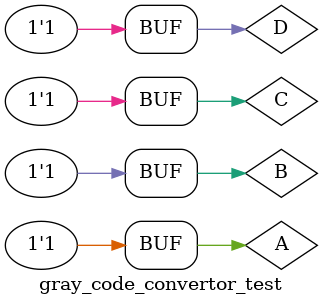
<source format=v>
`timescale 1ns / 1ps


module gray_code_convertor_test();
reg A, B, C, D;
wire W, X, Y, Z;

gray_code_convertor U0(.a(A), .b(B), .c(C), .d(D), .w(W), .x(X), .y(Y), .z(Z));

initial
begin

A=0; B=0; C=0; D=0;
#10 A=0; B=0; C=0; D=1;
#10 A=0; B=0; C=1; D=0;
#10 A=0; B=0; C=1; D=1;
#10 A=0; B=1; C=0; D=0;
#10 A=0; B=1; C=0; D=1;
#10 A=0; B=1; C=1; D=0;
#10 A=0; B=1; C=1; D=1;

#10 A=1; B=0; C=0; D=0;
#10 A=1; B=0; C=0; D=1;
#10 A=1; B=0; C=1; D=0;
#10 A=1; B=0; C=1; D=1;
#10 A=1; B=1; C=0; D=0;
#10 A=1; B=1; C=0; D=1;
#10 A=1; B=1; C=1; D=0;
#10 A=1; B=1; C=1; D=1;
end

endmodule

</source>
